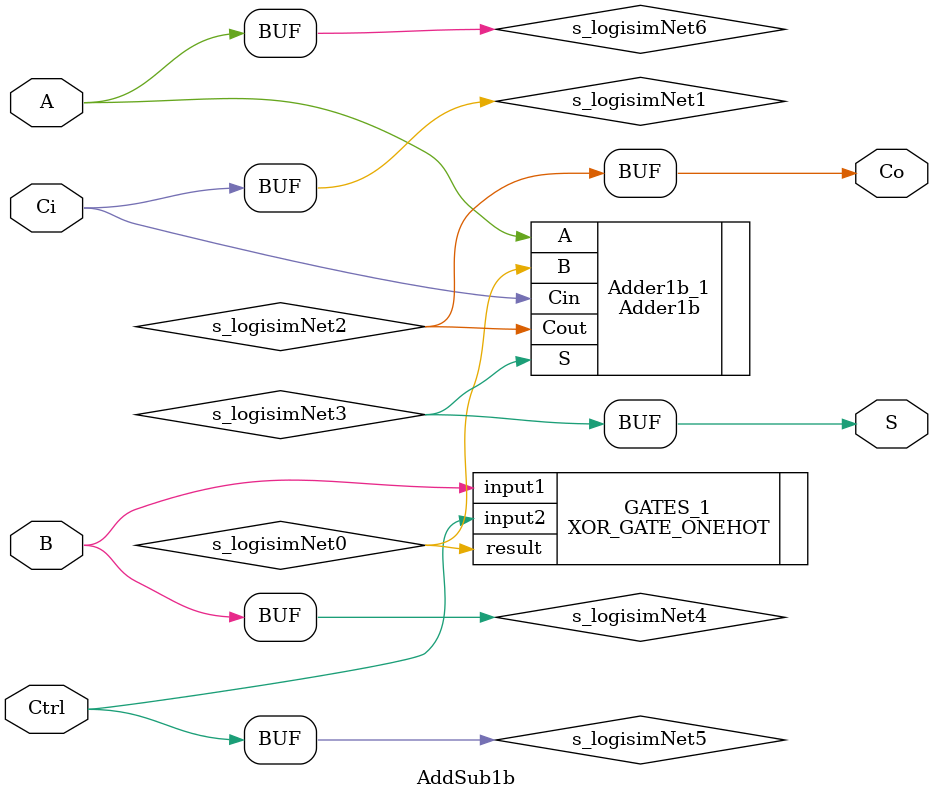
<source format=v>
/******************************************************************************
 ** Logisim-evolution goes FPGA automatic generated Verilog code             **
 ** https://github.com/logisim-evolution/                                    **
 **                                                                          **
 ** Component : AddSub1b                                                     **
 **                                                                          **
 *****************************************************************************/

module AddSub1b( A,
                 B,
                 Ci,
                 Co,
                 Ctrl,
                 S );

   /*******************************************************************************
   ** The inputs are defined here                                                **
   *******************************************************************************/
   input A;
   input B;
   input Ci;
   input Ctrl;

   /*******************************************************************************
   ** The outputs are defined here                                               **
   *******************************************************************************/
   output Co;
   output S;

   /*******************************************************************************
   ** The wires are defined here                                                 **
   *******************************************************************************/
   wire s_logisimNet0;
   wire s_logisimNet1;
   wire s_logisimNet2;
   wire s_logisimNet3;
   wire s_logisimNet4;
   wire s_logisimNet5;
   wire s_logisimNet6;

   /*******************************************************************************
   ** The module functionality is described here                                 **
   *******************************************************************************/

   /*******************************************************************************
   ** Here all input connections are defined                                     **
   *******************************************************************************/
   assign s_logisimNet1 = Ci;
   assign s_logisimNet4 = B;
   assign s_logisimNet5 = Ctrl;
   assign s_logisimNet6 = A;

   /*******************************************************************************
   ** Here all output connections are defined                                    **
   *******************************************************************************/
   assign Co = s_logisimNet2;
   assign S  = s_logisimNet3;

   /*******************************************************************************
   ** Here all normal components are defined                                     **
   *******************************************************************************/
   XOR_GATE_ONEHOT #(.BubblesMask(2'b00))
      GATES_1 (.input1(s_logisimNet4),
               .input2(s_logisimNet5),
               .result(s_logisimNet0));


   /*******************************************************************************
   ** Here all sub-circuits are defined                                          **
   *******************************************************************************/

   Adder1b   Adder1b_1 (.A(s_logisimNet6),
                        .B(s_logisimNet0),
                        .Cin(s_logisimNet1),
                        .Cout(s_logisimNet2),
                        .S(s_logisimNet3));

endmodule

</source>
